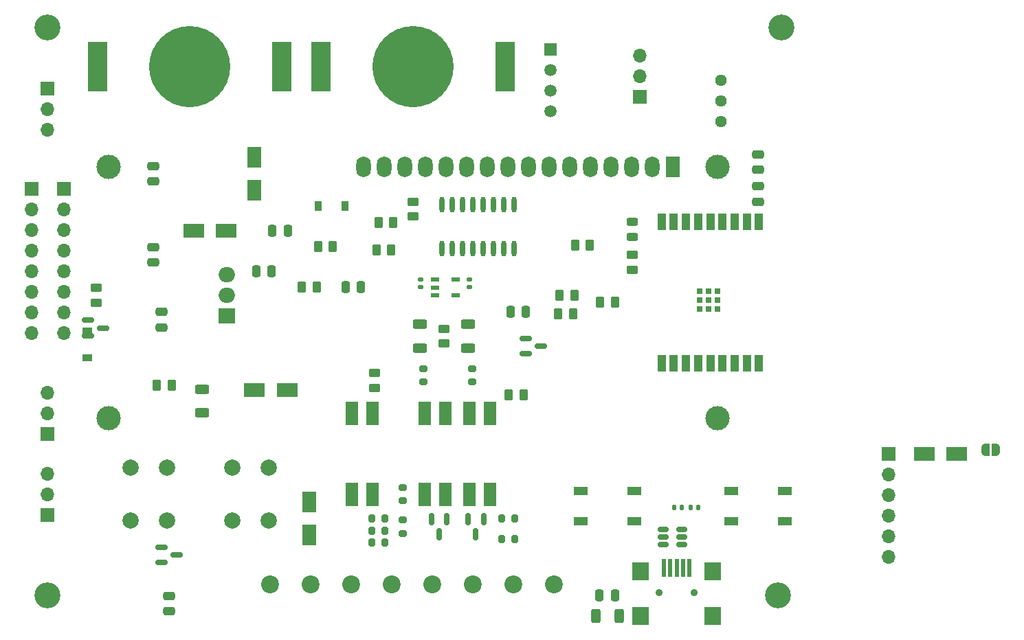
<source format=gbr>
%TF.GenerationSoftware,KiCad,Pcbnew,(6.0.9)*%
%TF.CreationDate,2022-11-21T22:50:26+02:00*%
%TF.ProjectId,Elekit2.0,456c656b-6974-4322-9e30-2e6b69636164,rev?*%
%TF.SameCoordinates,Original*%
%TF.FileFunction,Soldermask,Top*%
%TF.FilePolarity,Negative*%
%FSLAX46Y46*%
G04 Gerber Fmt 4.6, Leading zero omitted, Abs format (unit mm)*
G04 Created by KiCad (PCBNEW (6.0.9)) date 2022-11-21 22:50:26*
%MOMM*%
%LPD*%
G01*
G04 APERTURE LIST*
G04 Aperture macros list*
%AMRoundRect*
0 Rectangle with rounded corners*
0 $1 Rounding radius*
0 $2 $3 $4 $5 $6 $7 $8 $9 X,Y pos of 4 corners*
0 Add a 4 corners polygon primitive as box body*
4,1,4,$2,$3,$4,$5,$6,$7,$8,$9,$2,$3,0*
0 Add four circle primitives for the rounded corners*
1,1,$1+$1,$2,$3*
1,1,$1+$1,$4,$5*
1,1,$1+$1,$6,$7*
1,1,$1+$1,$8,$9*
0 Add four rect primitives between the rounded corners*
20,1,$1+$1,$2,$3,$4,$5,0*
20,1,$1+$1,$4,$5,$6,$7,0*
20,1,$1+$1,$6,$7,$8,$9,0*
20,1,$1+$1,$8,$9,$2,$3,0*%
%AMFreePoly0*
4,1,22,0.500000,-0.750000,0.000000,-0.750000,0.000000,-0.745033,-0.079941,-0.743568,-0.215256,-0.701293,-0.333266,-0.622738,-0.424486,-0.514219,-0.481581,-0.384460,-0.499164,-0.250000,-0.500000,-0.250000,-0.500000,0.250000,-0.499164,0.250000,-0.499963,0.256109,-0.478152,0.396186,-0.417904,0.524511,-0.324060,0.630769,-0.204165,0.706417,-0.067858,0.745374,0.000000,0.744959,0.000000,0.750000,
0.500000,0.750000,0.500000,-0.750000,0.500000,-0.750000,$1*%
%AMFreePoly1*
4,1,20,0.000000,0.744959,0.073905,0.744508,0.209726,0.703889,0.328688,0.626782,0.421226,0.519385,0.479903,0.390333,0.500000,0.250000,0.500000,-0.250000,0.499851,-0.262216,0.476331,-0.402017,0.414519,-0.529596,0.319384,-0.634700,0.198574,-0.708877,0.061801,-0.746166,0.000000,-0.745033,0.000000,-0.750000,-0.500000,-0.750000,-0.500000,0.750000,0.000000,0.750000,0.000000,0.744959,
0.000000,0.744959,$1*%
G04 Aperture macros list end*
%ADD10FreePoly0,0.000000*%
%ADD11FreePoly1,0.000000*%
%ADD12R,1.700000X1.700000*%
%ADD13O,1.700000X1.700000*%
%ADD14R,2.500000X1.800000*%
%ADD15R,1.000000X2.000000*%
%ADD16R,0.700000X0.700000*%
%ADD17C,2.000000*%
%ADD18RoundRect,0.250000X-0.250000X-0.475000X0.250000X-0.475000X0.250000X0.475000X-0.250000X0.475000X0*%
%ADD19RoundRect,0.250000X0.312500X0.625000X-0.312500X0.625000X-0.312500X-0.625000X0.312500X-0.625000X0*%
%ADD20O,1.800000X2.600000*%
%ADD21R,1.800000X2.600000*%
%ADD22C,3.000000*%
%ADD23RoundRect,0.250000X0.250000X0.475000X-0.250000X0.475000X-0.250000X-0.475000X0.250000X-0.475000X0*%
%ADD24R,1.500000X1.500000*%
%ADD25C,1.500000*%
%ADD26R,1.500000X3.000000*%
%ADD27C,3.200000*%
%ADD28R,0.500000X2.200000*%
%ADD29R,2.000000X2.200000*%
%ADD30C,0.900025*%
%ADD31R,1.000000X0.600000*%
%ADD32RoundRect,0.150000X-0.150000X0.587500X-0.150000X-0.587500X0.150000X-0.587500X0.150000X0.587500X0*%
%ADD33C,10.000025*%
%ADD34R,2.400000X6.100000*%
%ADD35RoundRect,0.250000X-0.450000X0.262500X-0.450000X-0.262500X0.450000X-0.262500X0.450000X0.262500X0*%
%ADD36RoundRect,0.200000X-0.275000X0.200000X-0.275000X-0.200000X0.275000X-0.200000X0.275000X0.200000X0*%
%ADD37RoundRect,0.250000X0.450000X-0.262500X0.450000X0.262500X-0.450000X0.262500X-0.450000X-0.262500X0*%
%ADD38RoundRect,0.250000X-0.262500X-0.450000X0.262500X-0.450000X0.262500X0.450000X-0.262500X0.450000X0*%
%ADD39RoundRect,0.140000X-0.140000X-0.170000X0.140000X-0.170000X0.140000X0.170000X-0.140000X0.170000X0*%
%ADD40RoundRect,0.200000X-0.200000X-0.275000X0.200000X-0.275000X0.200000X0.275000X-0.200000X0.275000X0*%
%ADD41RoundRect,0.150000X-0.587500X-0.150000X0.587500X-0.150000X0.587500X0.150000X-0.587500X0.150000X0*%
%ADD42R,1.200000X0.900000*%
%ADD43C,2.200000*%
%ADD44RoundRect,0.250000X-0.625000X0.312500X-0.625000X-0.312500X0.625000X-0.312500X0.625000X0.312500X0*%
%ADD45R,1.700000X1.000000*%
%ADD46R,1.800000X2.500000*%
%ADD47RoundRect,0.200000X0.275000X-0.200000X0.275000X0.200000X-0.275000X0.200000X-0.275000X-0.200000X0*%
%ADD48RoundRect,0.250000X-0.475000X0.250000X-0.475000X-0.250000X0.475000X-0.250000X0.475000X0.250000X0*%
%ADD49RoundRect,0.250000X0.475000X-0.250000X0.475000X0.250000X-0.475000X0.250000X-0.475000X-0.250000X0*%
%ADD50RoundRect,0.250000X0.262500X0.450000X-0.262500X0.450000X-0.262500X-0.450000X0.262500X-0.450000X0*%
%ADD51RoundRect,0.200000X0.200000X0.275000X-0.200000X0.275000X-0.200000X-0.275000X0.200000X-0.275000X0*%
%ADD52RoundRect,0.243750X-0.456250X0.243750X-0.456250X-0.243750X0.456250X-0.243750X0.456250X0.243750X0*%
%ADD53RoundRect,0.140000X0.170000X-0.140000X0.170000X0.140000X-0.170000X0.140000X-0.170000X-0.140000X0*%
%ADD54R,0.900000X1.200000*%
%ADD55RoundRect,0.150000X0.512500X0.150000X-0.512500X0.150000X-0.512500X-0.150000X0.512500X-0.150000X0*%
%ADD56O,2.000000X1.905000*%
%ADD57R,2.000000X1.905000*%
%ADD58O,0.602007X1.970993*%
%ADD59RoundRect,0.140000X-0.170000X0.140000X-0.170000X-0.140000X0.170000X-0.140000X0.170000X0.140000X0*%
%ADD60C,1.440000*%
G04 APERTURE END LIST*
D10*
%TO.C,JP5*%
X140550000Y-77000000D03*
D11*
X141850000Y-77000000D03*
%TD*%
D12*
%TO.C,J6*%
X128650000Y-77550000D03*
D13*
X128650000Y-80090000D03*
X128650000Y-82630000D03*
X128650000Y-85170000D03*
X128650000Y-87710000D03*
X128650000Y-90250000D03*
%TD*%
D14*
%TO.C,D8*%
X133000000Y-77500000D03*
X137000000Y-77500000D03*
%TD*%
D12*
%TO.C,J10*%
X25000000Y-32500000D03*
D13*
X25000000Y-35040000D03*
X25000000Y-37580000D03*
%TD*%
D15*
%TO.C,U9*%
X112649898Y-48889890D03*
X111150025Y-48889890D03*
X109649898Y-48889890D03*
X108150025Y-48889890D03*
X106649898Y-48889890D03*
X105150025Y-48889890D03*
X103649898Y-48889890D03*
X102150025Y-48889890D03*
X100649898Y-48889890D03*
X100649898Y-66390018D03*
X102150025Y-66390018D03*
X103649898Y-66390018D03*
X105150025Y-66390018D03*
X106649898Y-66390018D03*
X108150025Y-66390018D03*
X109649898Y-66390018D03*
X111150025Y-66390018D03*
X112649898Y-66390018D03*
D16*
X106450000Y-58599822D03*
X107550076Y-59699898D03*
X106450000Y-57500000D03*
X106450000Y-59699898D03*
X105349924Y-58599822D03*
X107550076Y-57500000D03*
X107550076Y-58599822D03*
X105349924Y-59699898D03*
X105349924Y-57500000D03*
%TD*%
D17*
%TO.C,SW2*%
X35250000Y-85750000D03*
X35250000Y-79250000D03*
X39750000Y-85750000D03*
X39750000Y-79250000D03*
%TD*%
D18*
%TO.C,C14*%
X82050000Y-60000000D03*
X83950000Y-60000000D03*
%TD*%
D19*
%TO.C,R1*%
X95462500Y-97500000D03*
X92537500Y-97500000D03*
%TD*%
D20*
%TO.C,DS1*%
X63900000Y-42142500D03*
X66440000Y-42142500D03*
X68980000Y-42142500D03*
X71520000Y-42142500D03*
X74060000Y-42142500D03*
X76600000Y-42142500D03*
X79140000Y-42142500D03*
X81680000Y-42142500D03*
X84220000Y-42142500D03*
X86760000Y-42142500D03*
X89300000Y-42142500D03*
X91840000Y-42142500D03*
X94380000Y-42142500D03*
X96920000Y-42142500D03*
X99460000Y-42142500D03*
D21*
X102000000Y-42142500D03*
D22*
X32500000Y-42142500D03*
X107499100Y-73143200D03*
X107499100Y-42142500D03*
X32500520Y-73143200D03*
%TD*%
D23*
%TO.C,C3*%
X94900000Y-95000000D03*
X93000000Y-95000000D03*
%TD*%
D24*
%TO.C,U11*%
X87000000Y-27685000D03*
D25*
X87000000Y-30225000D03*
X87000000Y-32765000D03*
X87000000Y-35305000D03*
%TD*%
D26*
%TO.C,U12*%
X74039752Y-72500000D03*
X71499746Y-72500000D03*
X71499746Y-82500000D03*
X74039752Y-82500000D03*
%TD*%
D27*
%TO.C,H4*%
X25000000Y-95000000D03*
%TD*%
%TO.C,H3*%
X25000000Y-25000000D03*
%TD*%
%TO.C,H2*%
X115400000Y-25000000D03*
%TD*%
%TO.C,H1*%
X115000000Y-95000000D03*
%TD*%
D28*
%TO.C,U1*%
X100899924Y-91599822D03*
X101700025Y-91599822D03*
X102499873Y-91599822D03*
X103299975Y-91599822D03*
X104099822Y-91599822D03*
D29*
X98050038Y-91999873D03*
X106949962Y-91999873D03*
X98050038Y-97500000D03*
X106949962Y-97500000D03*
D30*
X100299975Y-94649860D03*
X104700025Y-94649860D03*
%TD*%
D31*
%TO.C,U7*%
X75300102Y-56070038D03*
X75300102Y-57969962D03*
X72699898Y-57969962D03*
X72699898Y-57020000D03*
X72699898Y-56070038D03*
%TD*%
D32*
%TO.C,Q4*%
X74219876Y-85562500D03*
X72319876Y-85562500D03*
X73269876Y-87437500D03*
%TD*%
D12*
%TO.C,J9*%
X25000000Y-75040000D03*
D13*
X25000000Y-72500000D03*
X25000000Y-69960000D03*
%TD*%
D33*
%TO.C,U2*%
X70000000Y-29809500D03*
D34*
X81350013Y-29809500D03*
X58649987Y-29809500D03*
%TD*%
D12*
%TO.C,J7*%
X23000000Y-44840000D03*
D13*
X23000000Y-47380000D03*
X23000000Y-49920000D03*
X23000000Y-52460000D03*
X23000000Y-55000000D03*
X23000000Y-57540000D03*
X23000000Y-60080000D03*
X23000000Y-62620000D03*
%TD*%
D18*
%TO.C,C10*%
X61700000Y-57000000D03*
X63600000Y-57000000D03*
%TD*%
D35*
%TO.C,R18*%
X31000000Y-57087500D03*
X31000000Y-58912500D03*
%TD*%
D36*
%TO.C,R21*%
X68769876Y-85675000D03*
X68769876Y-87325000D03*
%TD*%
D37*
%TO.C,R2*%
X70060000Y-48270000D03*
X70060000Y-46445000D03*
%TD*%
D35*
%TO.C,R16*%
X73839924Y-62087500D03*
X73839924Y-63912500D03*
%TD*%
D38*
%TO.C,R4*%
X88087500Y-58000000D03*
X89912500Y-58000000D03*
%TD*%
D39*
%TO.C,C2*%
X103160000Y-84171869D03*
X102200000Y-84171869D03*
%TD*%
D12*
%TO.C,J11*%
X98000000Y-33525000D03*
D13*
X98000000Y-30985000D03*
X98000000Y-28445000D03*
%TD*%
D34*
%TO.C,U4*%
X31149987Y-29809500D03*
X53850013Y-29809500D03*
D33*
X42500000Y-29809500D03*
%TD*%
D38*
%TO.C,R8*%
X56337500Y-57000000D03*
X58162500Y-57000000D03*
%TD*%
D36*
%TO.C,R19*%
X68769876Y-81675000D03*
X68769876Y-83325000D03*
%TD*%
D40*
%TO.C,R23*%
X80944876Y-85500000D03*
X82594876Y-85500000D03*
%TD*%
D41*
%TO.C,Q2*%
X83875000Y-63300000D03*
X83875000Y-65200000D03*
X85750000Y-64250000D03*
%TD*%
D42*
%TO.C,D6*%
X29912500Y-62350000D03*
X29912500Y-65650000D03*
%TD*%
D18*
%TO.C,C7*%
X50700000Y-55000000D03*
X52600000Y-55000000D03*
%TD*%
D43*
%TO.C,J2*%
X72415888Y-93650000D03*
X77415888Y-93650000D03*
%TD*%
D44*
%TO.C,R12*%
X76839924Y-61537500D03*
X76839924Y-64462500D03*
%TD*%
D45*
%TO.C,U8*%
X90700025Y-82149809D03*
X97299975Y-82149784D03*
X90700025Y-85850216D03*
X97299975Y-85850191D03*
%TD*%
D17*
%TO.C,SW1*%
X47750000Y-79250000D03*
X47750000Y-85750000D03*
X52250000Y-79250000D03*
X52250000Y-85750000D03*
%TD*%
D46*
%TO.C,D1*%
X50500000Y-45000000D03*
X50500000Y-41000000D03*
%TD*%
D47*
%TO.C,R24*%
X77269876Y-68645000D03*
X77269876Y-66995000D03*
%TD*%
D43*
%TO.C,J4*%
X57415888Y-93650000D03*
X52415888Y-93650000D03*
%TD*%
D41*
%TO.C,Q1*%
X39062500Y-89050000D03*
X39062500Y-90950000D03*
X40937500Y-90000000D03*
%TD*%
D48*
%TO.C,C4*%
X39000000Y-61950000D03*
X39000000Y-60050000D03*
%TD*%
D41*
%TO.C,Q3*%
X29975000Y-61050000D03*
X29975000Y-62950000D03*
X31850000Y-62000000D03*
%TD*%
D49*
%TO.C,C5*%
X38000000Y-52050000D03*
X38000000Y-53950000D03*
%TD*%
D18*
%TO.C,C6*%
X52700000Y-50000000D03*
X54600000Y-50000000D03*
%TD*%
D26*
%TO.C,U13*%
X79539752Y-72500000D03*
X76999746Y-72500000D03*
X76999746Y-82500000D03*
X79539752Y-82500000D03*
%TD*%
D40*
%TO.C,R27*%
X64944876Y-88500000D03*
X66594876Y-88500000D03*
%TD*%
D14*
%TO.C,D3*%
X50512500Y-69642500D03*
X54512500Y-69642500D03*
%TD*%
%TO.C,D2*%
X47000000Y-50000000D03*
X43000000Y-50000000D03*
%TD*%
D38*
%TO.C,R10*%
X83662500Y-70250000D03*
X81837500Y-70250000D03*
%TD*%
D40*
%TO.C,R25*%
X64944876Y-85500000D03*
X66594876Y-85500000D03*
%TD*%
D48*
%TO.C,C15*%
X40000000Y-95050000D03*
X40000000Y-96950000D03*
%TD*%
D40*
%TO.C,R26*%
X64944876Y-87000000D03*
X66594876Y-87000000D03*
%TD*%
D32*
%TO.C,Q5*%
X78719876Y-85562500D03*
X76819876Y-85562500D03*
X77769876Y-87437500D03*
%TD*%
D50*
%TO.C,R13*%
X91825000Y-51825000D03*
X90000000Y-51825000D03*
%TD*%
D46*
%TO.C,D5*%
X57269876Y-87500000D03*
X57269876Y-83500000D03*
%TD*%
D38*
%TO.C,R5*%
X93087500Y-58825000D03*
X94912500Y-58825000D03*
%TD*%
D51*
%TO.C,R22*%
X82594876Y-88000000D03*
X80944876Y-88000000D03*
%TD*%
D43*
%TO.C,J3*%
X62415888Y-93650000D03*
X67415888Y-93650000D03*
%TD*%
D52*
%TO.C,D4*%
X97000000Y-50762500D03*
X97000000Y-48887500D03*
%TD*%
D48*
%TO.C,C12*%
X112500000Y-44550000D03*
X112500000Y-46450000D03*
%TD*%
D12*
%TO.C,J8*%
X27000000Y-44840000D03*
D13*
X27000000Y-47380000D03*
X27000000Y-49920000D03*
X27000000Y-52460000D03*
X27000000Y-55000000D03*
X27000000Y-57540000D03*
X27000000Y-60080000D03*
X27000000Y-62620000D03*
%TD*%
D38*
%TO.C,R9*%
X65525000Y-52364500D03*
X67350000Y-52364500D03*
%TD*%
D53*
%TO.C,C8*%
X71000000Y-57000000D03*
X71000000Y-56040000D03*
%TD*%
D37*
%TO.C,R28*%
X65269876Y-69412500D03*
X65269876Y-67587500D03*
%TD*%
D38*
%TO.C,R14*%
X38452322Y-69030038D03*
X40277322Y-69030038D03*
%TD*%
D26*
%TO.C,U14*%
X62500000Y-72500000D03*
X65040006Y-72500000D03*
X65040006Y-82500000D03*
X62500000Y-82500000D03*
%TD*%
D38*
%TO.C,R6*%
X65787500Y-49000000D03*
X67612500Y-49000000D03*
%TD*%
D54*
%TO.C,D7*%
X58350000Y-47000000D03*
X61650000Y-47000000D03*
%TD*%
D55*
%TO.C,U5*%
X100862500Y-88721869D03*
X100862500Y-87771869D03*
X100862500Y-86821869D03*
X103137500Y-86821869D03*
X103137500Y-87771869D03*
X103137500Y-88721869D03*
%TD*%
D43*
%TO.C,J1*%
X82415888Y-93650000D03*
X87415888Y-93650000D03*
%TD*%
D44*
%TO.C,R17*%
X44000000Y-69537500D03*
X44000000Y-72462500D03*
%TD*%
D47*
%TO.C,R20*%
X71269876Y-68645000D03*
X71269876Y-66995000D03*
%TD*%
D44*
%TO.C,R15*%
X70839924Y-61537500D03*
X70839924Y-64462500D03*
%TD*%
D48*
%TO.C,C13*%
X38000000Y-42050000D03*
X38000000Y-43950000D03*
%TD*%
D56*
%TO.C,U3*%
X47050000Y-55435000D03*
X47050000Y-57975000D03*
D57*
X47050000Y-60515000D03*
%TD*%
D39*
%TO.C,C1*%
X105180000Y-84171869D03*
X104220000Y-84171869D03*
%TD*%
D45*
%TO.C,U10*%
X109200025Y-82149809D03*
X115799975Y-82149784D03*
X109200025Y-85850216D03*
X115799975Y-85850191D03*
%TD*%
D58*
%TO.C,U6*%
X82445009Y-52235585D03*
X81175006Y-52235585D03*
X79905004Y-52235585D03*
X78635001Y-52235585D03*
X77364999Y-52235585D03*
X76094996Y-52235585D03*
X74824994Y-52235585D03*
X73554991Y-52235585D03*
X73554991Y-46764415D03*
X74824994Y-46764415D03*
X76094996Y-46764415D03*
X77364999Y-46764415D03*
X78635001Y-46764415D03*
X79905004Y-46764415D03*
X81175006Y-46764415D03*
X82445009Y-46764415D03*
%TD*%
D12*
%TO.C,J5*%
X25000000Y-85040000D03*
D13*
X25000000Y-82500000D03*
X25000000Y-79960000D03*
%TD*%
D38*
%TO.C,R7*%
X58337500Y-52000000D03*
X60162500Y-52000000D03*
%TD*%
D35*
%TO.C,R3*%
X97000000Y-53000000D03*
X97000000Y-54825000D03*
%TD*%
D48*
%TO.C,C11*%
X112500000Y-40600000D03*
X112500000Y-42500000D03*
%TD*%
D59*
%TO.C,C9*%
X77000000Y-56040000D03*
X77000000Y-57000000D03*
%TD*%
D38*
%TO.C,R11*%
X89750000Y-60250000D03*
X87925000Y-60250000D03*
%TD*%
D60*
%TO.C,RV1*%
X108000000Y-31450000D03*
X108000000Y-33990000D03*
X108000000Y-36530000D03*
%TD*%
M02*

</source>
